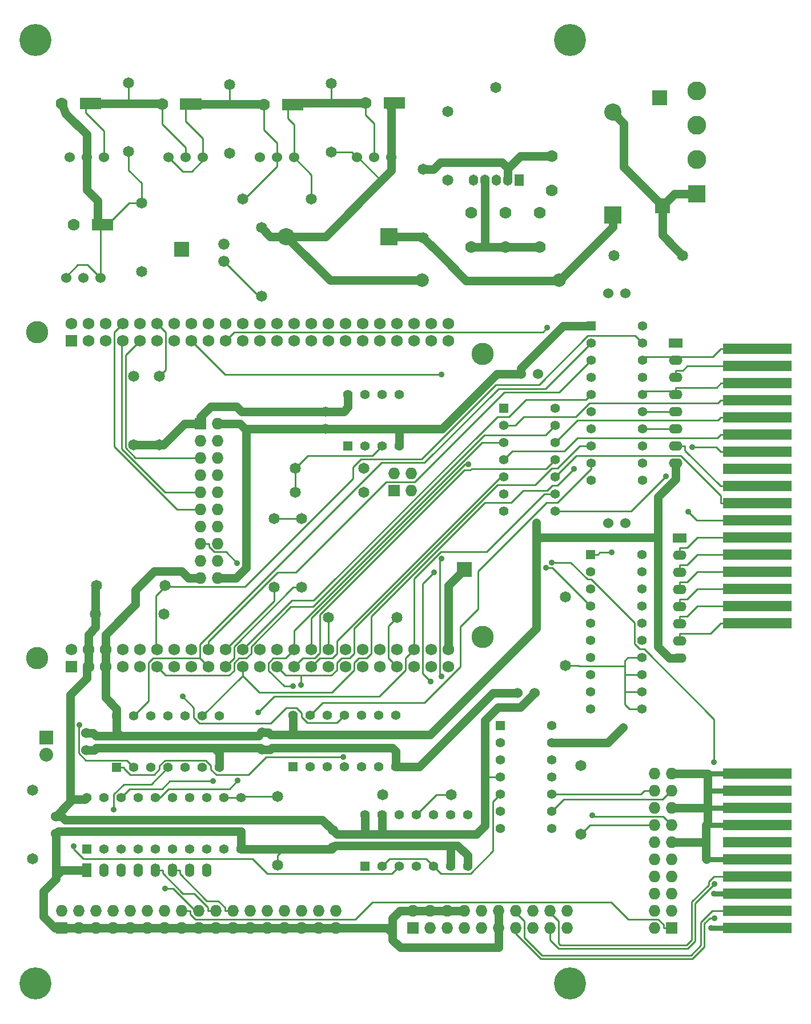
<source format=gbl>
%FSLAX34Y34*%
G04 Gerber Fmt 3.4, Leading zero omitted, Abs format*
G04 (created by PCBNEW (2014-02-12 BZR 4693)-product) date Sat 21 Jun 2014 11:45:10 PM EDT*
%MOIN*%
G01*
G70*
G90*
G04 APERTURE LIST*
%ADD10C,0.006000*%
%ADD11R,0.400000X0.060000*%
%ADD12R,0.100000X0.100000*%
%ADD13C,0.110000*%
%ADD14C,0.066000*%
%ADD15C,0.078700*%
%ADD16C,0.100000*%
%ADD17R,0.055000X0.055000*%
%ADD18C,0.055000*%
%ADD19R,0.080000X0.080000*%
%ADD20O,0.080000X0.080000*%
%ADD21R,0.068000X0.068000*%
%ADD22O,0.068000X0.068000*%
%ADD23C,0.187000*%
%ADD24R,0.080000X0.055000*%
%ADD25O,0.080000X0.055000*%
%ADD26R,0.055000X0.080000*%
%ADD27O,0.055000X0.080000*%
%ADD28R,0.088000X0.088000*%
%ADD29C,0.065000*%
%ADD30C,0.060000*%
%ADD31C,0.070000*%
%ADD32C,0.130000*%
%ADD33C,0.068000*%
%ADD34O,0.054000X0.065000*%
%ADD35R,0.054000X0.065000*%
%ADD36R,0.070000X0.070000*%
%ADD37C,0.035000*%
%ADD38C,0.050000*%
%ADD39C,0.010000*%
%ADD40C,0.030000*%
G04 APERTURE END LIST*
G54D10*
G54D11*
X90250Y-25150D03*
X90250Y-26150D03*
X90250Y-27150D03*
X90250Y-28150D03*
X90250Y-29150D03*
X90250Y-30150D03*
X90250Y-31150D03*
X90250Y-32150D03*
X90250Y-33150D03*
X90250Y-34150D03*
X90250Y-35150D03*
X90250Y-36150D03*
X90250Y-37150D03*
X90250Y-38150D03*
X90250Y-39150D03*
X90250Y-40150D03*
X90250Y-41150D03*
X90250Y-49899D03*
X90250Y-50899D03*
X90250Y-51899D03*
X90250Y-52899D03*
X90250Y-53899D03*
X90250Y-54899D03*
X90250Y-55899D03*
X90250Y-56899D03*
X90250Y-57899D03*
X90250Y-58899D03*
G54D12*
X86700Y-16100D03*
G54D13*
X86700Y-14100D03*
X86700Y-12100D03*
X86700Y-10100D03*
G54D14*
X59100Y-20050D03*
X59100Y-19050D03*
G54D15*
X78687Y-21150D03*
X70687Y-21150D03*
G54D16*
X81800Y-11350D03*
G54D12*
X81800Y-17350D03*
G54D16*
X62750Y-18600D03*
G54D12*
X68750Y-18600D03*
G54D17*
X75450Y-28600D03*
G54D18*
X75450Y-29600D03*
X75450Y-30600D03*
X75450Y-31600D03*
X75450Y-32600D03*
X75450Y-33600D03*
X75450Y-34600D03*
X78450Y-34600D03*
X78450Y-33600D03*
X78450Y-32600D03*
X78450Y-31600D03*
X78450Y-30600D03*
X78450Y-29600D03*
X78450Y-28600D03*
G54D17*
X52850Y-49550D03*
G54D18*
X53850Y-49550D03*
X54850Y-49550D03*
X55850Y-49550D03*
X56850Y-49550D03*
X57850Y-49550D03*
X58850Y-49550D03*
X58850Y-46550D03*
X57850Y-46550D03*
X56850Y-46550D03*
X55850Y-46550D03*
X54850Y-46550D03*
X53850Y-46550D03*
X52850Y-46550D03*
G54D17*
X63150Y-49500D03*
G54D18*
X64150Y-49500D03*
X65150Y-49500D03*
X66150Y-49500D03*
X67150Y-49500D03*
X68150Y-49500D03*
X69150Y-49500D03*
X69150Y-46500D03*
X68150Y-46500D03*
X67150Y-46500D03*
X66150Y-46500D03*
X65150Y-46500D03*
X64150Y-46500D03*
X63150Y-46500D03*
G54D19*
X48750Y-47800D03*
G54D20*
X48750Y-48800D03*
G54D21*
X69050Y-33400D03*
G54D22*
X69050Y-32400D03*
X70050Y-33400D03*
X70050Y-32400D03*
G54D17*
X80550Y-23800D03*
G54D18*
X80550Y-24800D03*
X80550Y-25800D03*
X80550Y-26800D03*
X80550Y-27800D03*
X80550Y-28800D03*
X80550Y-29800D03*
X80550Y-30800D03*
X80550Y-31800D03*
X80550Y-32800D03*
X83550Y-32800D03*
X83550Y-31800D03*
X83550Y-30800D03*
X83550Y-29800D03*
X83550Y-28800D03*
X83550Y-27800D03*
X83550Y-26800D03*
X83550Y-25800D03*
X83550Y-24800D03*
X83550Y-23800D03*
G54D17*
X80500Y-37150D03*
G54D18*
X80500Y-38150D03*
X80500Y-39150D03*
X80500Y-40150D03*
X80500Y-41150D03*
X80500Y-42150D03*
X80500Y-43150D03*
X80500Y-44150D03*
X80500Y-45150D03*
X80500Y-46150D03*
X83500Y-46150D03*
X83500Y-45150D03*
X83500Y-44150D03*
X83500Y-43150D03*
X83500Y-42150D03*
X83500Y-41150D03*
X83500Y-40150D03*
X83500Y-39150D03*
X83500Y-38150D03*
X83500Y-37150D03*
G54D17*
X67329Y-55300D03*
G54D18*
X68329Y-55300D03*
X69329Y-55300D03*
X70329Y-55300D03*
X71329Y-55300D03*
X72329Y-55300D03*
X73329Y-55300D03*
X73329Y-52300D03*
X72329Y-52300D03*
X71329Y-52300D03*
X70329Y-52300D03*
X69329Y-52300D03*
X68329Y-52300D03*
X67329Y-52300D03*
G54D17*
X51100Y-54300D03*
G54D18*
X52100Y-54300D03*
X53100Y-54300D03*
X54100Y-54300D03*
X55100Y-54300D03*
X56100Y-54300D03*
X57100Y-54300D03*
X58100Y-54300D03*
X59100Y-54300D03*
X60100Y-54300D03*
X60100Y-51300D03*
X59100Y-51300D03*
X58100Y-51300D03*
X57100Y-51300D03*
X56100Y-51300D03*
X55100Y-51300D03*
X54100Y-51300D03*
X53100Y-51300D03*
X52100Y-51300D03*
X51100Y-51300D03*
G54D17*
X66350Y-30800D03*
G54D18*
X67350Y-30800D03*
X68350Y-30800D03*
X69350Y-30800D03*
X69350Y-27800D03*
X68350Y-27800D03*
X67350Y-27800D03*
X66350Y-27800D03*
G54D17*
X75250Y-47100D03*
G54D18*
X75250Y-48100D03*
X75250Y-49100D03*
X75250Y-50100D03*
X75250Y-51100D03*
X75250Y-52100D03*
X75250Y-53100D03*
X78250Y-53100D03*
X78250Y-52100D03*
X78250Y-51100D03*
X78250Y-50100D03*
X78250Y-49100D03*
X78250Y-48100D03*
X78250Y-47100D03*
G54D21*
X57750Y-29500D03*
G54D22*
X58750Y-29500D03*
X57750Y-30500D03*
X58750Y-30500D03*
X57750Y-31500D03*
X58750Y-31500D03*
X57750Y-32500D03*
X58750Y-32500D03*
X57750Y-33500D03*
X58750Y-33500D03*
X57750Y-34500D03*
X58750Y-34500D03*
X57750Y-35500D03*
X58750Y-35500D03*
X57750Y-36500D03*
X58750Y-36500D03*
X57750Y-37500D03*
X58750Y-37500D03*
X57750Y-38500D03*
X58750Y-38500D03*
G54D21*
X85250Y-58900D03*
G54D22*
X84250Y-58900D03*
X85250Y-57900D03*
X84250Y-57900D03*
X85250Y-56900D03*
X84250Y-56900D03*
X85250Y-55900D03*
X84250Y-55900D03*
X85250Y-54900D03*
X84250Y-54900D03*
X85250Y-53900D03*
X84250Y-53900D03*
X85250Y-52900D03*
X84250Y-52900D03*
X85250Y-51900D03*
X84250Y-51900D03*
X85250Y-50900D03*
X84250Y-50900D03*
X85250Y-49900D03*
X84250Y-49900D03*
G54D21*
X70150Y-58900D03*
G54D22*
X70150Y-57900D03*
X71150Y-58900D03*
X71150Y-57900D03*
X72150Y-58900D03*
X72150Y-57900D03*
X73150Y-58900D03*
X73150Y-57900D03*
X74150Y-58900D03*
X74150Y-57900D03*
X75150Y-58900D03*
X75150Y-57900D03*
X76150Y-58900D03*
X76150Y-57900D03*
X77150Y-58900D03*
X77150Y-57900D03*
X78150Y-58900D03*
X78150Y-57900D03*
X79150Y-58900D03*
X79150Y-57900D03*
G54D23*
X48100Y-62150D03*
X79300Y-62150D03*
X79300Y-7150D03*
X48100Y-7150D03*
G54D21*
X49650Y-58900D03*
G54D22*
X49650Y-57900D03*
X50650Y-58900D03*
X50650Y-57900D03*
X51650Y-58900D03*
X51650Y-57900D03*
X52650Y-58900D03*
X52650Y-57900D03*
X53650Y-58900D03*
X53650Y-57900D03*
X54650Y-58900D03*
X54650Y-57900D03*
X55650Y-58900D03*
X55650Y-57900D03*
X56650Y-58900D03*
X56650Y-57900D03*
X57650Y-58900D03*
X57650Y-57900D03*
X58650Y-58900D03*
X58650Y-57900D03*
X59650Y-58900D03*
X59650Y-57900D03*
X60650Y-58900D03*
X60650Y-57900D03*
X61650Y-58900D03*
X61650Y-57900D03*
X62650Y-58900D03*
X62650Y-57900D03*
X63650Y-58900D03*
X63650Y-57900D03*
X64650Y-58900D03*
X64650Y-57900D03*
X65650Y-58900D03*
X65650Y-57900D03*
G54D24*
X85710Y-36161D03*
G54D25*
X85710Y-37161D03*
X85710Y-38161D03*
X85710Y-39161D03*
X85710Y-40161D03*
X85710Y-41161D03*
X85710Y-42161D03*
X85710Y-43161D03*
G54D24*
X85470Y-24820D03*
G54D25*
X85470Y-25820D03*
X85470Y-26820D03*
X85470Y-27820D03*
X85470Y-28820D03*
X85470Y-29820D03*
X85470Y-30820D03*
X85470Y-31820D03*
G54D26*
X51100Y-55550D03*
G54D27*
X52100Y-55550D03*
X53100Y-55550D03*
X54100Y-55550D03*
X55100Y-55550D03*
X56100Y-55550D03*
X57100Y-55550D03*
X58100Y-55550D03*
G54D28*
X84550Y-10500D03*
X84700Y-16800D03*
X56650Y-19350D03*
X73150Y-38000D03*
G54D29*
X70750Y-18669D03*
X70750Y-14669D03*
X79950Y-49431D03*
X79950Y-53431D03*
X55350Y-26731D03*
X55350Y-30731D03*
X62050Y-35031D03*
X62050Y-39031D03*
X63650Y-35031D03*
X63650Y-39031D03*
X72174Y-15294D03*
X72174Y-11294D03*
X63281Y-32100D03*
X67281Y-32100D03*
X63281Y-33500D03*
X67281Y-33500D03*
X69219Y-40800D03*
X65219Y-40800D03*
X61300Y-18081D03*
X61300Y-22081D03*
X54300Y-16631D03*
X54300Y-20631D03*
X53550Y-9631D03*
X53550Y-13631D03*
X59450Y-9731D03*
X59450Y-13731D03*
X64219Y-16400D03*
X60219Y-16400D03*
X65375Y-13669D03*
X65375Y-9669D03*
X47950Y-54869D03*
X47950Y-50869D03*
X55619Y-40600D03*
X51619Y-40600D03*
X72359Y-51140D03*
X68359Y-51140D03*
X55669Y-38950D03*
X51669Y-38950D03*
X53850Y-26731D03*
X53850Y-30731D03*
X81881Y-19700D03*
X85881Y-19700D03*
G54D30*
X50900Y-21000D03*
X49900Y-21000D03*
X51900Y-21000D03*
X51100Y-13975D03*
X50100Y-13975D03*
X52100Y-13975D03*
X56875Y-13975D03*
X55875Y-13975D03*
X57875Y-13975D03*
X62200Y-13975D03*
X61200Y-13975D03*
X63200Y-13975D03*
X67875Y-13975D03*
X66875Y-13975D03*
X68875Y-13975D03*
X82550Y-35300D03*
X81550Y-35300D03*
X65050Y-28800D03*
X65050Y-29800D03*
X49300Y-52400D03*
X49300Y-53400D03*
X51074Y-47525D03*
X51074Y-48525D03*
X77250Y-45200D03*
X76250Y-45200D03*
X77450Y-26600D03*
X76450Y-26600D03*
X82550Y-21900D03*
X81550Y-21900D03*
X61350Y-47500D03*
X61350Y-48500D03*
X65470Y-53220D03*
X65470Y-54220D03*
G54D31*
X73550Y-19200D03*
X73550Y-17200D03*
X75550Y-19200D03*
X75550Y-17200D03*
X77550Y-19200D03*
X77550Y-17200D03*
X78250Y-13900D03*
X78250Y-15900D03*
G54D32*
X74200Y-41925D03*
X48200Y-43175D03*
X48200Y-24175D03*
X74200Y-25425D03*
G54D21*
X50200Y-43675D03*
G54D33*
X50200Y-42675D03*
X51200Y-43675D03*
X51200Y-42675D03*
X52200Y-43675D03*
X52200Y-42675D03*
X53200Y-43675D03*
X53200Y-42675D03*
X54200Y-43675D03*
X54200Y-42675D03*
X55200Y-43675D03*
X55200Y-42675D03*
X56200Y-43675D03*
X56200Y-42675D03*
X57200Y-43675D03*
X57200Y-42675D03*
X58200Y-43675D03*
X58200Y-42675D03*
X59200Y-43675D03*
X59200Y-42675D03*
X60200Y-43675D03*
X60200Y-42675D03*
X61200Y-43675D03*
X61200Y-42675D03*
X62200Y-43675D03*
X62200Y-42675D03*
X63200Y-43675D03*
X63200Y-42675D03*
X64200Y-43675D03*
X64200Y-42675D03*
X65200Y-43675D03*
X65200Y-42675D03*
X66200Y-43675D03*
X66200Y-42675D03*
X67200Y-43675D03*
X67200Y-42675D03*
X68200Y-43675D03*
X68200Y-42675D03*
X69200Y-43675D03*
X69200Y-42675D03*
X70200Y-43675D03*
X70200Y-42675D03*
X71200Y-43675D03*
X71200Y-42675D03*
X72200Y-43675D03*
X72200Y-42675D03*
G54D21*
X50200Y-24675D03*
G54D33*
X50200Y-23675D03*
X51200Y-24675D03*
X51200Y-23675D03*
X52200Y-24675D03*
X52200Y-23675D03*
X53200Y-24675D03*
X53200Y-23675D03*
X54200Y-24675D03*
X54200Y-23675D03*
X55200Y-24675D03*
X55200Y-23675D03*
X56200Y-24675D03*
X56200Y-23675D03*
X57200Y-24675D03*
X57200Y-23675D03*
X58200Y-24675D03*
X58200Y-23675D03*
X59200Y-24675D03*
X59200Y-23675D03*
X60200Y-24675D03*
X60200Y-23675D03*
X61200Y-24675D03*
X61200Y-23675D03*
X62200Y-24675D03*
X62200Y-23675D03*
X63200Y-24675D03*
X63200Y-23675D03*
X64200Y-24675D03*
X64200Y-23675D03*
X65200Y-24675D03*
X65200Y-23675D03*
X66200Y-24675D03*
X66200Y-23675D03*
X67200Y-24675D03*
X67200Y-23675D03*
X68200Y-24675D03*
X68200Y-23675D03*
X69200Y-24675D03*
X69200Y-23675D03*
X70200Y-24675D03*
X70200Y-23675D03*
X71200Y-24675D03*
X71200Y-23675D03*
X72200Y-24675D03*
X72200Y-23675D03*
G54D34*
X73660Y-15320D03*
X74330Y-15320D03*
X75000Y-15320D03*
X75670Y-15320D03*
G54D35*
X76340Y-15320D03*
G54D29*
X74970Y-9920D03*
X62250Y-51231D03*
X62250Y-55231D03*
X79050Y-39605D03*
X79050Y-43605D03*
G54D36*
X51730Y-17900D03*
G54D31*
X50350Y-17900D03*
G54D36*
X52318Y-17900D03*
X68755Y-10800D03*
G54D31*
X67375Y-10800D03*
G54D36*
X69343Y-10800D03*
X62830Y-10900D03*
G54D31*
X61450Y-10900D03*
G54D36*
X63418Y-10900D03*
X51030Y-10825D03*
G54D31*
X49650Y-10825D03*
G54D36*
X51618Y-10825D03*
X56880Y-10875D03*
G54D31*
X55500Y-10875D03*
G54D36*
X57468Y-10875D03*
G54D37*
X82400Y-47200D03*
X77350Y-35275D03*
X77450Y-36250D03*
X59870Y-37624D03*
X86442Y-30871D03*
X79535Y-32131D03*
X61113Y-46344D03*
X58478Y-50338D03*
X73357Y-31872D03*
X77985Y-23910D03*
X56700Y-45418D03*
X77888Y-37916D03*
X63598Y-44746D03*
X63145Y-44823D03*
X59917Y-50310D03*
X66076Y-48937D03*
X50342Y-54135D03*
X87550Y-58900D03*
X87690Y-56909D03*
X81750Y-37020D03*
X71818Y-26641D03*
X71818Y-37385D03*
X71793Y-44252D03*
X87708Y-49239D03*
X78221Y-37591D03*
X87725Y-56350D03*
X87750Y-58325D03*
X86194Y-34649D03*
X84897Y-32571D03*
X55666Y-56622D03*
X52662Y-51999D03*
X80600Y-52350D03*
X50682Y-47062D03*
X71374Y-38176D03*
X71157Y-44528D03*
G54D38*
X68329Y-52300D02*
X68329Y-53450D01*
X67329Y-52300D02*
X67329Y-53450D01*
X57750Y-29100D02*
X57750Y-29500D01*
X58350Y-28500D02*
X57750Y-29100D01*
X59850Y-28500D02*
X58350Y-28500D01*
X60150Y-28800D02*
X59850Y-28500D01*
X65050Y-28800D02*
X60150Y-28800D01*
X81500Y-48100D02*
X82400Y-47200D01*
X78250Y-48100D02*
X81500Y-48100D01*
X67329Y-53450D02*
X68329Y-53450D01*
X66350Y-28540D02*
X66350Y-27800D01*
X66090Y-28800D02*
X66350Y-28540D01*
X65050Y-28800D02*
X66090Y-28800D01*
X51000Y-51400D02*
X51100Y-51300D01*
X50150Y-51400D02*
X51000Y-51400D01*
X50150Y-51550D02*
X49300Y-52400D01*
X50150Y-51400D02*
X50150Y-51550D01*
X64850Y-52600D02*
X65470Y-53220D01*
X49850Y-52600D02*
X64850Y-52600D01*
X49650Y-52400D02*
X49850Y-52600D01*
X49300Y-52400D02*
X49650Y-52400D01*
X65700Y-53450D02*
X67329Y-53450D01*
X65470Y-53220D02*
X65700Y-53450D01*
X56800Y-29500D02*
X57750Y-29500D01*
X55568Y-30730D02*
X56800Y-29500D01*
X51668Y-38950D02*
X51668Y-38940D01*
X51668Y-38940D02*
X51668Y-38930D01*
G54D39*
X51669Y-38940D02*
X51669Y-38950D01*
X51668Y-38940D02*
X51669Y-38940D01*
X51199Y-43674D02*
X51199Y-43674D01*
X51200Y-43675D02*
X51199Y-43674D01*
G54D38*
X51200Y-43674D02*
X51199Y-43674D01*
X51200Y-42675D02*
X51200Y-43674D01*
X50150Y-45300D02*
X50150Y-51400D01*
X51100Y-44350D02*
X50150Y-45300D01*
X51100Y-43774D02*
X51100Y-44350D01*
X51199Y-43674D02*
X51100Y-43774D01*
X53850Y-30730D02*
X55350Y-30730D01*
G54D39*
X55350Y-30730D02*
X55568Y-30730D01*
G54D38*
X51618Y-39597D02*
X51618Y-39000D01*
G54D39*
X51669Y-39547D02*
X51669Y-38950D01*
X51618Y-39597D02*
X51669Y-39547D01*
X63650Y-35030D02*
X62050Y-35030D01*
X75250Y-50100D02*
X74350Y-50100D01*
G54D38*
X74350Y-52950D02*
X74350Y-50100D01*
X73850Y-53450D02*
X74350Y-52950D01*
X68329Y-53450D02*
X73850Y-53450D01*
X76400Y-46050D02*
X77250Y-45200D01*
X75100Y-46050D02*
X76400Y-46050D01*
X74350Y-46800D02*
X75100Y-46050D01*
X74350Y-50100D02*
X74350Y-46800D01*
X51618Y-41390D02*
X51618Y-40494D01*
X51200Y-41809D02*
X51618Y-41390D01*
X51200Y-42675D02*
X51200Y-41809D01*
X51618Y-40494D02*
X51618Y-39597D01*
G54D39*
X51619Y-40494D02*
X51619Y-40600D01*
X51618Y-40494D02*
X51619Y-40494D01*
X63280Y-32100D02*
X63280Y-33500D01*
X67778Y-31371D02*
X68350Y-30800D01*
X64009Y-31371D02*
X67778Y-31371D01*
X63280Y-32100D02*
X64009Y-31371D01*
G54D38*
X85470Y-32756D02*
X85470Y-31820D01*
X84450Y-33776D02*
X85470Y-32756D01*
X84450Y-36150D02*
X84450Y-33776D01*
X85500Y-31850D02*
X85470Y-31820D01*
X63150Y-46500D02*
X63150Y-47650D01*
X77450Y-36250D02*
X77350Y-36150D01*
X84450Y-42514D02*
X84450Y-36150D01*
X85096Y-43161D02*
X84450Y-42514D01*
X85710Y-43161D02*
X85096Y-43161D01*
X77350Y-36150D02*
X84450Y-36150D01*
X51650Y-47700D02*
X53059Y-47700D01*
X51474Y-47525D02*
X51650Y-47700D01*
X51074Y-47525D02*
X51474Y-47525D01*
X52850Y-47490D02*
X52850Y-46550D01*
X53059Y-47700D02*
X52850Y-47490D01*
X73550Y-19200D02*
X74329Y-19200D01*
X74329Y-19200D02*
X75550Y-19200D01*
X75550Y-19200D02*
X77550Y-19200D01*
X57050Y-38500D02*
X57750Y-38500D01*
X56650Y-38100D02*
X57050Y-38500D01*
X55050Y-38100D02*
X56650Y-38100D01*
X53950Y-39200D02*
X55050Y-38100D01*
X53950Y-40050D02*
X53950Y-39200D01*
X52200Y-41800D02*
X53950Y-40050D01*
X52200Y-42675D02*
X52200Y-41800D01*
X61850Y-47650D02*
X63150Y-47650D01*
X61700Y-47500D02*
X61850Y-47650D01*
X61350Y-47500D02*
X61700Y-47500D01*
X77350Y-35275D02*
X77350Y-36150D01*
X77350Y-36150D02*
X77350Y-41450D01*
X71150Y-47650D02*
X77350Y-41450D01*
X63150Y-47650D02*
X71150Y-47650D01*
X52200Y-45490D02*
X52200Y-43675D01*
X52850Y-46140D02*
X52200Y-45490D01*
X52850Y-46550D02*
X52850Y-46140D01*
X52200Y-43675D02*
X52200Y-42675D01*
X53059Y-47700D02*
X61150Y-47700D01*
G54D39*
X61150Y-47700D02*
X61350Y-47500D01*
G54D38*
X74329Y-15320D02*
X74329Y-17260D01*
X74329Y-17260D02*
X74329Y-19200D01*
G54D39*
X74330Y-17259D02*
X74330Y-15320D01*
X74329Y-17260D02*
X74330Y-17259D01*
X57750Y-36500D02*
X58240Y-36500D01*
X59236Y-36990D02*
X59870Y-37624D01*
X58546Y-36990D02*
X59236Y-36990D01*
X58240Y-36683D02*
X58546Y-36990D01*
X58240Y-36500D02*
X58240Y-36683D01*
X55656Y-33500D02*
X57750Y-33500D01*
X53140Y-30984D02*
X55656Y-33500D01*
X53140Y-24734D02*
X53140Y-30984D01*
X53200Y-24675D02*
X53140Y-24734D01*
X56369Y-34500D02*
X57750Y-34500D01*
X52700Y-30830D02*
X56369Y-34500D01*
X52700Y-24175D02*
X52700Y-30830D01*
X53200Y-23675D02*
X52700Y-24175D01*
X57750Y-31500D02*
X53944Y-31500D01*
X53367Y-25507D02*
X54200Y-24675D01*
X53367Y-30922D02*
X53367Y-25507D01*
X53944Y-31500D02*
X53367Y-30922D01*
X87513Y-41736D02*
X85710Y-41736D01*
X88099Y-41150D02*
X87513Y-41736D01*
X85710Y-42161D02*
X85710Y-41736D01*
X90250Y-41150D02*
X88099Y-41150D01*
X87821Y-30871D02*
X88099Y-31150D01*
X86442Y-30871D02*
X87821Y-30871D01*
X90250Y-31150D02*
X88099Y-31150D01*
X83570Y-28820D02*
X83550Y-28800D01*
X85470Y-28820D02*
X83570Y-28820D01*
X86020Y-31070D02*
X86020Y-30820D01*
X88099Y-33150D02*
X86020Y-31070D01*
X90250Y-33150D02*
X88099Y-33150D01*
X85470Y-30820D02*
X86020Y-30820D01*
X85895Y-26394D02*
X85470Y-26394D01*
X86140Y-26150D02*
X85895Y-26394D01*
X90250Y-26150D02*
X86140Y-26150D01*
X85470Y-26820D02*
X85470Y-26394D01*
X85470Y-25820D02*
X85470Y-25607D01*
X83742Y-25607D02*
X83550Y-25800D01*
X85470Y-25607D02*
X83742Y-25607D01*
X87642Y-25607D02*
X85470Y-25607D01*
X88099Y-25150D02*
X87642Y-25607D01*
X90250Y-25150D02*
X88099Y-25150D01*
X86135Y-37736D02*
X85710Y-37736D01*
X86722Y-37150D02*
X86135Y-37736D01*
X90250Y-37150D02*
X86722Y-37150D01*
X85710Y-38161D02*
X85710Y-37736D01*
X86135Y-38736D02*
X85710Y-38736D01*
X86722Y-38150D02*
X86135Y-38736D01*
X90250Y-38150D02*
X86722Y-38150D01*
X85710Y-39161D02*
X85710Y-38736D01*
X86135Y-39736D02*
X85710Y-39736D01*
X86722Y-39150D02*
X86135Y-39736D01*
X90250Y-39150D02*
X86722Y-39150D01*
X85710Y-40161D02*
X85710Y-39736D01*
X86135Y-40736D02*
X85710Y-40736D01*
X86722Y-40150D02*
X86135Y-40736D01*
X90250Y-40150D02*
X86722Y-40150D01*
X85710Y-41161D02*
X85710Y-40736D01*
X86135Y-36736D02*
X85710Y-36736D01*
X86722Y-36150D02*
X86135Y-36736D01*
X90250Y-36150D02*
X86722Y-36150D01*
X85710Y-37161D02*
X85710Y-36736D01*
X84899Y-29800D02*
X83550Y-29800D01*
X84919Y-29820D02*
X84899Y-29800D01*
X85470Y-29820D02*
X84919Y-29820D01*
X87855Y-27394D02*
X85470Y-27394D01*
X88099Y-27150D02*
X87855Y-27394D01*
X90250Y-27150D02*
X88099Y-27150D01*
X85470Y-27820D02*
X85470Y-27612D01*
X85470Y-27612D02*
X85470Y-27394D01*
X83737Y-27612D02*
X83550Y-27800D01*
X85470Y-27612D02*
X83737Y-27612D01*
X80250Y-28099D02*
X80550Y-27800D01*
X76725Y-28099D02*
X80250Y-28099D01*
X75724Y-29100D02*
X76725Y-28099D01*
X75055Y-29100D02*
X75724Y-29100D01*
X64336Y-39818D02*
X75055Y-29100D01*
X63056Y-39818D02*
X64336Y-39818D01*
X60200Y-42675D02*
X63056Y-39818D01*
X78566Y-33100D02*
X79535Y-32131D01*
X78258Y-33100D02*
X78566Y-33100D01*
X77958Y-33399D02*
X78258Y-33100D01*
X76575Y-33399D02*
X77958Y-33399D01*
X75875Y-34100D02*
X76575Y-33399D01*
X74332Y-34100D02*
X75875Y-34100D01*
X67700Y-40732D02*
X74332Y-34100D01*
X67700Y-42892D02*
X67700Y-40732D01*
X67426Y-43165D02*
X67700Y-42892D01*
X66981Y-43165D02*
X67426Y-43165D01*
X66699Y-43446D02*
X66981Y-43165D01*
X66699Y-43869D02*
X66699Y-43446D01*
X65404Y-45164D02*
X66699Y-43869D01*
X61164Y-45164D02*
X65404Y-45164D01*
X60200Y-44200D02*
X61164Y-45164D01*
X60200Y-43675D02*
X60200Y-44200D01*
X60200Y-44200D02*
X57850Y-46550D01*
X58200Y-42204D02*
X58200Y-42675D01*
X62246Y-38158D02*
X58200Y-42204D01*
X63299Y-38158D02*
X62246Y-38158D01*
X68557Y-32900D02*
X63299Y-38158D01*
X70250Y-32900D02*
X68557Y-32900D01*
X75486Y-27664D02*
X70250Y-32900D01*
X78685Y-27664D02*
X75486Y-27664D01*
X80550Y-25800D02*
X78685Y-27664D01*
X77885Y-27464D02*
X80550Y-24800D01*
X75121Y-27464D02*
X77885Y-27464D01*
X70809Y-31775D02*
X75121Y-27464D01*
X68302Y-31775D02*
X70809Y-31775D01*
X57709Y-42368D02*
X68302Y-31775D01*
X57709Y-43184D02*
X57709Y-42368D01*
X58200Y-43675D02*
X57709Y-43184D01*
X54709Y-45690D02*
X53850Y-46550D01*
X54709Y-43445D02*
X54709Y-45690D01*
X54970Y-43184D02*
X54709Y-43445D01*
X57709Y-43184D02*
X54970Y-43184D01*
X77907Y-32142D02*
X78450Y-31600D01*
X73547Y-32142D02*
X77907Y-32142D01*
X73491Y-32197D02*
X73547Y-32142D01*
X73142Y-32197D02*
X73491Y-32197D01*
X64709Y-40630D02*
X73142Y-32197D01*
X64709Y-42870D02*
X64709Y-40630D01*
X64405Y-43175D02*
X64709Y-42870D01*
X63700Y-43175D02*
X64405Y-43175D01*
X63200Y-43675D02*
X63700Y-43175D01*
X69700Y-43175D02*
X70200Y-42675D01*
X69700Y-43869D02*
X69700Y-43175D01*
X68155Y-45414D02*
X69700Y-43869D01*
X62043Y-45414D02*
X68155Y-45414D01*
X61113Y-46344D02*
X62043Y-45414D01*
X77792Y-33600D02*
X78450Y-33600D01*
X74431Y-36961D02*
X77792Y-33600D01*
X71770Y-36961D02*
X74431Y-36961D01*
X70200Y-38531D02*
X71770Y-36961D01*
X70200Y-42675D02*
X70200Y-38531D01*
X53600Y-50799D02*
X53100Y-51300D01*
X55491Y-50799D02*
X53600Y-50799D01*
X55952Y-50338D02*
X55491Y-50799D01*
X58478Y-50338D02*
X55952Y-50338D01*
X73180Y-31872D02*
X73357Y-31872D01*
X64200Y-40852D02*
X73180Y-31872D01*
X64200Y-42675D02*
X64200Y-40852D01*
X64876Y-45773D02*
X64150Y-46500D01*
X70812Y-45773D02*
X64876Y-45773D01*
X72903Y-43682D02*
X70812Y-45773D01*
X72903Y-41333D02*
X72903Y-43682D01*
X73938Y-40297D02*
X72903Y-41333D01*
X73938Y-38114D02*
X73938Y-40297D01*
X77953Y-34100D02*
X73938Y-38114D01*
X78579Y-34100D02*
X77953Y-34100D01*
X80550Y-32129D02*
X78579Y-34100D01*
X80550Y-31800D02*
X80550Y-32129D01*
X77721Y-24175D02*
X77985Y-23910D01*
X59700Y-24175D02*
X77721Y-24175D01*
X59200Y-24675D02*
X59700Y-24175D01*
X57350Y-46068D02*
X56700Y-45418D01*
X57350Y-46652D02*
X57350Y-46068D01*
X57672Y-46975D02*
X57350Y-46652D01*
X61823Y-46975D02*
X57672Y-46975D01*
X62733Y-46066D02*
X61823Y-46975D01*
X63342Y-46066D02*
X62733Y-46066D01*
X63650Y-46373D02*
X63342Y-46066D01*
X63650Y-46606D02*
X63650Y-46373D01*
X63977Y-46933D02*
X63650Y-46606D01*
X65716Y-46933D02*
X63977Y-46933D01*
X66150Y-46500D02*
X65716Y-46933D01*
X78266Y-37916D02*
X77888Y-37916D01*
X80500Y-40150D02*
X78266Y-37916D01*
X64709Y-43165D02*
X64200Y-43675D01*
X65426Y-43165D02*
X64709Y-43165D01*
X65700Y-42892D02*
X65426Y-43165D01*
X65700Y-42166D02*
X65700Y-42892D01*
X75266Y-32600D02*
X65700Y-42166D01*
X75450Y-32600D02*
X75266Y-32600D01*
X63598Y-44190D02*
X63598Y-44746D01*
X62715Y-44190D02*
X62200Y-43675D01*
X63598Y-44190D02*
X62715Y-44190D01*
X65377Y-44190D02*
X63598Y-44190D01*
X65700Y-43868D02*
X65377Y-44190D01*
X65700Y-43446D02*
X65700Y-43868D01*
X65980Y-43165D02*
X65700Y-43446D01*
X66426Y-43165D02*
X65980Y-43165D01*
X66700Y-42892D02*
X66426Y-43165D01*
X66700Y-41449D02*
X66700Y-42892D01*
X75074Y-33074D02*
X66700Y-41449D01*
X77258Y-33074D02*
X75074Y-33074D01*
X78233Y-32100D02*
X77258Y-33074D01*
X78563Y-32100D02*
X78233Y-32100D01*
X79863Y-30800D02*
X78563Y-32100D01*
X80550Y-30800D02*
X79863Y-30800D01*
X55701Y-44176D02*
X55200Y-43675D01*
X59414Y-44176D02*
X55701Y-44176D01*
X59700Y-43891D02*
X59414Y-44176D01*
X59700Y-43469D02*
X59700Y-43891D01*
X59985Y-43184D02*
X59700Y-43469D01*
X60406Y-43184D02*
X59985Y-43184D01*
X60690Y-42901D02*
X60406Y-43184D01*
X60690Y-42491D02*
X60690Y-42901D01*
X62991Y-40190D02*
X60690Y-42491D01*
X64296Y-40190D02*
X62991Y-40190D01*
X74311Y-30174D02*
X64296Y-40190D01*
X77875Y-30174D02*
X74311Y-30174D01*
X78450Y-29600D02*
X77875Y-30174D01*
X59428Y-50799D02*
X59917Y-50310D01*
X55875Y-50799D02*
X59428Y-50799D01*
X55374Y-51300D02*
X55875Y-50799D01*
X55100Y-51300D02*
X55374Y-51300D01*
X62690Y-43184D02*
X63200Y-42675D01*
X61973Y-43184D02*
X62690Y-43184D01*
X61700Y-43457D02*
X61973Y-43184D01*
X61700Y-43899D02*
X61700Y-43457D01*
X62623Y-44823D02*
X61700Y-43899D01*
X63145Y-44823D02*
X62623Y-44823D01*
X74169Y-30600D02*
X75450Y-30600D01*
X63200Y-41569D02*
X74169Y-30600D01*
X63200Y-42675D02*
X63200Y-41569D01*
X53275Y-49603D02*
X53275Y-49550D01*
X53647Y-49975D02*
X53275Y-49603D01*
X55027Y-49975D02*
X53647Y-49975D01*
X55350Y-49652D02*
X55027Y-49975D01*
X55350Y-49430D02*
X55350Y-49652D01*
X55655Y-49124D02*
X55350Y-49430D01*
X58043Y-49124D02*
X55655Y-49124D01*
X58350Y-49430D02*
X58043Y-49124D01*
X58350Y-49669D02*
X58350Y-49430D01*
X58656Y-49975D02*
X58350Y-49669D01*
X60533Y-49975D02*
X58656Y-49975D01*
X61570Y-48937D02*
X60533Y-49975D01*
X66076Y-48937D02*
X61570Y-48937D01*
X52850Y-49550D02*
X53275Y-49550D01*
X83118Y-24368D02*
X83550Y-24800D01*
X80348Y-24368D02*
X83118Y-24368D01*
X77489Y-27227D02*
X80348Y-24368D01*
X74987Y-27227D02*
X77489Y-27227D01*
X70640Y-31575D02*
X74987Y-27227D01*
X67114Y-31575D02*
X70640Y-31575D01*
X66653Y-32036D02*
X67114Y-31575D01*
X66653Y-32710D02*
X66653Y-32036D01*
X60347Y-39016D02*
X66653Y-32710D01*
X55669Y-39016D02*
X60347Y-39016D01*
X55134Y-39551D02*
X55669Y-39016D01*
X55134Y-42609D02*
X55134Y-39551D01*
X55200Y-42675D02*
X55134Y-42609D01*
X55669Y-39016D02*
X55669Y-38950D01*
X68895Y-55734D02*
X69329Y-55300D01*
X61631Y-55734D02*
X68895Y-55734D01*
X60760Y-54862D02*
X61631Y-55734D01*
X50900Y-54862D02*
X60760Y-54862D01*
X50342Y-54304D02*
X50900Y-54862D01*
X50342Y-54135D02*
X50342Y-54304D01*
X65219Y-42655D02*
X65219Y-40800D01*
X65200Y-42675D02*
X65219Y-42655D01*
G54D38*
X72329Y-55300D02*
X72329Y-54100D01*
X74809Y-45200D02*
X76250Y-45200D01*
X70509Y-49500D02*
X74809Y-45200D01*
X69150Y-49500D02*
X70509Y-49500D01*
X85250Y-53900D02*
X87250Y-53900D01*
X85250Y-51900D02*
X87325Y-51900D01*
X87325Y-49900D02*
X85250Y-49900D01*
X69150Y-48600D02*
X69150Y-49500D01*
X68950Y-48400D02*
X69150Y-48600D01*
X61900Y-48400D02*
X68950Y-48400D01*
X61800Y-48500D02*
X61900Y-48400D01*
X61350Y-48500D02*
X61800Y-48500D01*
X58850Y-48700D02*
X58850Y-49550D01*
X58550Y-48400D02*
X58850Y-48700D01*
X51650Y-48400D02*
X58550Y-48400D01*
X51525Y-48525D02*
X51650Y-48400D01*
X51074Y-48525D02*
X51525Y-48525D01*
X78909Y-23800D02*
X80550Y-23800D01*
X76450Y-26260D02*
X78909Y-23800D01*
X76450Y-26600D02*
X76450Y-26260D01*
X60400Y-37900D02*
X60400Y-29800D01*
X59800Y-38500D02*
X60400Y-37900D01*
X58750Y-38500D02*
X59800Y-38500D01*
X69350Y-30800D02*
X69350Y-29800D01*
X49625Y-55550D02*
X49300Y-55874D01*
X51100Y-55550D02*
X49625Y-55550D01*
X60100Y-53274D02*
X60100Y-54300D01*
X49425Y-53274D02*
X60100Y-53274D01*
X49300Y-53400D02*
X49425Y-53274D01*
X75150Y-57900D02*
X75150Y-58900D01*
X68650Y-58900D02*
X68950Y-59200D01*
X65650Y-58900D02*
X68650Y-58900D01*
X49300Y-56050D02*
X49300Y-55874D01*
X48574Y-56774D02*
X49300Y-56050D01*
X48574Y-58225D02*
X48574Y-56774D01*
X49250Y-58900D02*
X48574Y-58225D01*
X49650Y-58900D02*
X49250Y-58900D01*
X49300Y-55874D02*
X49300Y-53400D01*
X71850Y-29800D02*
X69350Y-29800D01*
X75050Y-26600D02*
X71850Y-29800D01*
X76450Y-26600D02*
X75050Y-26600D01*
X69350Y-29800D02*
X65050Y-29800D01*
X65050Y-29800D02*
X60400Y-29800D01*
X60050Y-29500D02*
X58750Y-29500D01*
X60350Y-29800D02*
X60050Y-29500D01*
X60400Y-29800D02*
X60350Y-29800D01*
X87325Y-50900D02*
X87325Y-49900D01*
X87325Y-52800D02*
X87325Y-51900D01*
X87225Y-52900D02*
X87325Y-52800D01*
X87250Y-52900D02*
X87225Y-52900D01*
X87325Y-51900D02*
X87325Y-50900D01*
X87250Y-54874D02*
X87250Y-53900D01*
X87274Y-54900D02*
X87250Y-54874D01*
X87250Y-53900D02*
X87250Y-52900D01*
X68950Y-59600D02*
X68950Y-59200D01*
X69400Y-60050D02*
X68950Y-59600D01*
X75150Y-60050D02*
X69400Y-60050D01*
X75150Y-58900D02*
X75150Y-60050D01*
X64650Y-58900D02*
X65650Y-58900D01*
X63650Y-58900D02*
X64650Y-58900D01*
X72150Y-57900D02*
X73150Y-57900D01*
X71150Y-57900D02*
X72150Y-57900D01*
X62650Y-58900D02*
X63650Y-58900D01*
X61650Y-58900D02*
X62650Y-58900D01*
X69374Y-57900D02*
X70150Y-57900D01*
X68950Y-58325D02*
X69374Y-57900D01*
X68950Y-59200D02*
X68950Y-58325D01*
X70150Y-57900D02*
X71150Y-57900D01*
X60650Y-58900D02*
X61650Y-58900D01*
X59650Y-58900D02*
X60650Y-58900D01*
X58650Y-58900D02*
X59650Y-58900D01*
X57650Y-58900D02*
X58650Y-58900D01*
X56650Y-58900D02*
X57650Y-58900D01*
X55650Y-58900D02*
X56650Y-58900D01*
X54650Y-58900D02*
X55650Y-58900D01*
X53650Y-58900D02*
X54650Y-58900D01*
X52650Y-58900D02*
X53650Y-58900D01*
X51650Y-58900D02*
X52650Y-58900D01*
X49650Y-58900D02*
X50650Y-58900D01*
X50650Y-58900D02*
X51650Y-58900D01*
X72200Y-38950D02*
X73150Y-38000D01*
X72200Y-42674D02*
X72200Y-38950D01*
G54D39*
X72200Y-42674D02*
X72200Y-42675D01*
G54D40*
X90250Y-58900D02*
X90249Y-58900D01*
X90249Y-58900D02*
X87550Y-58900D01*
G54D39*
X90249Y-58900D02*
X90250Y-58899D01*
G54D40*
X90250Y-56900D02*
X90249Y-56900D01*
X87700Y-56900D02*
X87690Y-56909D01*
X90249Y-56900D02*
X87700Y-56900D01*
G54D39*
X90249Y-56900D02*
X90250Y-56899D01*
G54D40*
X90250Y-54900D02*
X90249Y-54900D01*
X90249Y-54900D02*
X87274Y-54900D01*
G54D39*
X90249Y-54900D02*
X90250Y-54899D01*
G54D40*
X90250Y-52900D02*
X90249Y-52900D01*
X90249Y-52900D02*
X87250Y-52900D01*
G54D39*
X90249Y-52900D02*
X90250Y-52899D01*
G54D40*
X90250Y-51900D02*
X90249Y-51900D01*
X90249Y-51900D02*
X87325Y-51900D01*
G54D39*
X90249Y-51900D02*
X90250Y-51899D01*
G54D40*
X90250Y-50900D02*
X90249Y-50900D01*
X90249Y-50900D02*
X87325Y-50900D01*
G54D39*
X90249Y-50900D02*
X90250Y-50899D01*
G54D40*
X90250Y-49900D02*
X90249Y-49900D01*
X90249Y-49900D02*
X87325Y-49900D01*
G54D39*
X90249Y-49900D02*
X90250Y-49899D01*
G54D38*
X73329Y-54679D02*
X73329Y-55300D01*
X72750Y-54100D02*
X73329Y-54679D01*
X65590Y-54100D02*
X72329Y-54100D01*
X72329Y-54100D02*
X72750Y-54100D01*
X65470Y-54220D02*
X65590Y-54100D01*
G54D39*
X80500Y-37150D02*
X80925Y-37150D01*
G54D38*
X60100Y-54300D02*
X62610Y-54300D01*
X65390Y-54300D02*
X65470Y-54220D01*
X62610Y-54300D02*
X65390Y-54300D01*
G54D39*
X62250Y-54660D02*
X62250Y-55230D01*
X62610Y-54300D02*
X62250Y-54660D01*
G54D38*
X58550Y-48400D02*
X61250Y-48400D01*
G54D39*
X61250Y-48400D02*
X61350Y-48500D01*
X81054Y-37020D02*
X81750Y-37020D01*
X80925Y-37150D02*
X81054Y-37020D01*
X63150Y-39030D02*
X63650Y-39030D01*
X59690Y-42491D02*
X63150Y-39030D01*
X59690Y-43184D02*
X59690Y-42491D01*
X59200Y-43675D02*
X59690Y-43184D01*
X62050Y-39825D02*
X62050Y-39030D01*
X59200Y-42675D02*
X62050Y-39825D01*
X59166Y-26641D02*
X71818Y-26641D01*
X57200Y-24675D02*
X59166Y-26641D01*
X71700Y-37504D02*
X71818Y-37385D01*
X71700Y-44158D02*
X71700Y-37504D01*
X71793Y-44252D02*
X71700Y-44158D01*
X71764Y-55734D02*
X71329Y-55300D01*
X73496Y-55734D02*
X71764Y-55734D01*
X74812Y-54419D02*
X73496Y-55734D01*
X74812Y-51537D02*
X74812Y-54419D01*
X75250Y-51100D02*
X74812Y-51537D01*
X68761Y-54868D02*
X68329Y-55300D01*
X70898Y-54868D02*
X68761Y-54868D01*
X71329Y-55300D02*
X70898Y-54868D01*
G54D38*
X68755Y-10800D02*
X69343Y-10800D01*
G54D39*
X66875Y-13975D02*
X66925Y-13975D01*
X66925Y-13975D02*
X68287Y-15337D01*
X65375Y-13669D02*
X66569Y-13669D01*
X66569Y-13669D02*
X66875Y-13975D01*
G54D38*
X68875Y-13975D02*
X68875Y-11245D01*
X68875Y-11245D02*
X68755Y-10800D01*
X62750Y-18600D02*
X65025Y-18600D01*
X65025Y-18600D02*
X68287Y-15337D01*
X68875Y-14750D02*
X68875Y-13975D01*
X68287Y-15337D02*
X68875Y-14750D01*
X61818Y-18600D02*
X61300Y-18080D01*
X62750Y-18600D02*
X61818Y-18600D01*
X65300Y-21150D02*
X62750Y-18600D01*
X70687Y-21150D02*
X65300Y-21150D01*
G54D39*
X65375Y-9669D02*
X65375Y-10800D01*
X67875Y-13975D02*
X67875Y-12000D01*
X67375Y-11500D02*
X67375Y-10800D01*
X67875Y-12000D02*
X67375Y-11500D01*
X62830Y-10900D02*
X63418Y-10900D01*
X64219Y-16400D02*
X64219Y-14994D01*
X64219Y-14994D02*
X63200Y-13975D01*
X63200Y-13975D02*
X63200Y-12075D01*
X62830Y-11705D02*
X62830Y-10900D01*
X63200Y-12075D02*
X62830Y-11705D01*
G54D38*
X67375Y-10800D02*
X65375Y-10800D01*
X62830Y-10899D02*
X62829Y-10900D01*
G54D39*
X62830Y-10899D02*
X62830Y-10900D01*
G54D38*
X62929Y-10800D02*
X62830Y-10899D01*
X65375Y-10800D02*
X62929Y-10800D01*
G54D39*
X57875Y-13975D02*
X57875Y-12875D01*
X56880Y-11880D02*
X56880Y-10875D01*
X57875Y-12875D02*
X56880Y-11880D01*
X56880Y-10875D02*
X57468Y-10875D01*
X59450Y-9731D02*
X59450Y-10875D01*
G54D38*
X56880Y-10875D02*
X59450Y-10875D01*
X59450Y-10875D02*
X61425Y-10875D01*
X61425Y-10875D02*
X61450Y-10900D01*
G54D39*
X61450Y-10900D02*
X61450Y-12375D01*
X62200Y-13125D02*
X62200Y-13975D01*
X61450Y-12375D02*
X62200Y-13125D01*
X60219Y-16400D02*
X60300Y-16400D01*
X62200Y-14500D02*
X62200Y-13975D01*
X60300Y-16400D02*
X62200Y-14500D01*
X55875Y-13975D02*
X56700Y-14800D01*
X57875Y-14150D02*
X57875Y-13975D01*
X57225Y-14800D02*
X57875Y-14150D01*
X56700Y-14800D02*
X57225Y-14800D01*
X52100Y-13975D02*
X52100Y-12450D01*
X51030Y-11380D02*
X51030Y-10825D01*
X52100Y-12450D02*
X51030Y-11380D01*
X53550Y-9631D02*
X53550Y-10825D01*
X56875Y-13975D02*
X56875Y-13400D01*
X55500Y-12025D02*
X55500Y-10875D01*
X56875Y-13400D02*
X55500Y-12025D01*
X51030Y-10825D02*
X51618Y-10825D01*
G54D38*
X51030Y-10825D02*
X53550Y-10825D01*
X53550Y-10825D02*
X55450Y-10825D01*
X55450Y-10825D02*
X55500Y-10875D01*
G54D39*
X54300Y-16631D02*
X54300Y-15475D01*
X53550Y-14725D02*
X53550Y-13631D01*
X54300Y-15475D02*
X53550Y-14725D01*
X54300Y-16631D02*
X53587Y-16631D01*
G54D38*
X51730Y-17900D02*
X52318Y-17900D01*
G54D39*
X52318Y-17900D02*
X53587Y-16631D01*
G54D38*
X49650Y-10825D02*
X49875Y-11425D01*
X51100Y-12650D02*
X51100Y-13975D01*
X49875Y-11425D02*
X51100Y-12650D01*
G54D39*
X49900Y-21000D02*
X49900Y-20925D01*
X51150Y-20250D02*
X51900Y-21000D01*
X50575Y-20250D02*
X51150Y-20250D01*
X49900Y-20925D02*
X50575Y-20250D01*
X51900Y-21000D02*
X51900Y-18070D01*
X51900Y-18070D02*
X51730Y-17900D01*
G54D38*
X51100Y-13975D02*
X51100Y-15875D01*
X51730Y-16505D02*
X51730Y-17900D01*
X51100Y-15875D02*
X51730Y-16505D01*
X75670Y-15320D02*
X75670Y-14630D01*
X76400Y-13900D02*
X78250Y-13900D01*
X75670Y-14630D02*
X76400Y-13900D01*
X70750Y-14669D02*
X71331Y-14669D01*
X75670Y-14620D02*
X75670Y-15320D01*
X75325Y-14275D02*
X75670Y-14620D01*
X71725Y-14275D02*
X75325Y-14275D01*
X71331Y-14669D02*
X71725Y-14275D01*
X85400Y-16100D02*
X84700Y-16800D01*
X86700Y-16100D02*
X85400Y-16100D01*
X82450Y-12000D02*
X81800Y-11350D01*
X82450Y-14550D02*
X82450Y-12000D01*
X84700Y-16800D02*
X82450Y-14550D01*
X85487Y-19306D02*
X85881Y-19700D01*
G54D39*
X85880Y-19699D02*
X85880Y-19700D01*
X85487Y-19306D02*
X85880Y-19699D01*
G54D38*
X84700Y-18519D02*
X85487Y-19306D01*
X84700Y-16800D02*
X84700Y-18519D01*
X70681Y-18600D02*
X68750Y-18600D01*
X71734Y-19653D02*
X70681Y-18600D01*
G54D39*
X71734Y-19653D02*
X70750Y-18669D01*
X71734Y-19653D02*
X71734Y-19653D01*
G54D38*
X81800Y-18050D02*
X79468Y-20381D01*
X81800Y-17350D02*
X81800Y-18050D01*
X73244Y-21162D02*
X71734Y-19653D01*
X78687Y-21162D02*
X73244Y-21162D01*
X79468Y-20381D02*
X78687Y-21162D01*
G54D39*
X79455Y-20381D02*
X78687Y-21150D01*
X79468Y-20381D02*
X79455Y-20381D01*
X61130Y-22080D02*
X59100Y-20050D01*
X61300Y-22080D02*
X61130Y-22080D01*
X79339Y-37591D02*
X78221Y-37591D01*
X80322Y-38575D02*
X79339Y-37591D01*
X80537Y-38575D02*
X80322Y-38575D01*
X83074Y-41112D02*
X80537Y-38575D01*
X83074Y-42340D02*
X83074Y-41112D01*
X83384Y-42650D02*
X83074Y-42340D01*
X83624Y-42650D02*
X83384Y-42650D01*
X87708Y-46733D02*
X83624Y-42650D01*
X87708Y-49239D02*
X87708Y-46733D01*
X78150Y-58900D02*
X78150Y-59600D01*
X86612Y-57462D02*
X87725Y-56350D01*
X86612Y-59675D02*
X86612Y-57462D01*
X86187Y-60100D02*
X86612Y-59675D01*
X78650Y-60100D02*
X86187Y-60100D01*
X78150Y-59600D02*
X78650Y-60100D01*
X78150Y-57900D02*
X78150Y-58000D01*
X87700Y-55899D02*
X90250Y-55899D01*
X87400Y-56200D02*
X87700Y-55899D01*
X87400Y-56392D02*
X87400Y-56200D01*
X86405Y-57387D02*
X87400Y-56392D01*
X86405Y-59600D02*
X86405Y-57387D01*
X86105Y-59899D02*
X86405Y-59600D01*
X78749Y-59899D02*
X86105Y-59899D01*
X78650Y-59800D02*
X78749Y-59899D01*
X78650Y-58500D02*
X78650Y-59800D01*
X78150Y-58000D02*
X78650Y-58500D01*
X90250Y-55900D02*
X90249Y-55900D01*
X90249Y-55900D02*
X90250Y-55899D01*
X71490Y-51140D02*
X70329Y-52300D01*
X72359Y-51140D02*
X71490Y-51140D01*
X72359Y-51140D02*
X72359Y-51140D01*
X76150Y-58900D02*
X76150Y-59250D01*
X87474Y-58325D02*
X87750Y-58325D01*
X87150Y-58650D02*
X87474Y-58325D01*
X87150Y-60000D02*
X87150Y-58650D01*
X86450Y-60700D02*
X87150Y-60000D01*
X77600Y-60700D02*
X86450Y-60700D01*
X76150Y-59250D02*
X77600Y-60700D01*
X76150Y-57900D02*
X76150Y-58000D01*
X87617Y-57899D02*
X90250Y-57899D01*
X86949Y-58567D02*
X87617Y-57899D01*
X86949Y-59917D02*
X86949Y-58567D01*
X86367Y-60499D02*
X86949Y-59917D01*
X77682Y-60499D02*
X86367Y-60499D01*
X76650Y-59467D02*
X77682Y-60499D01*
X76650Y-58500D02*
X76650Y-59467D01*
X76150Y-58000D02*
X76650Y-58500D01*
X90249Y-57900D02*
X90250Y-57900D01*
X90249Y-57900D02*
X90250Y-57899D01*
X79749Y-29300D02*
X78450Y-30600D01*
X87949Y-29300D02*
X79749Y-29300D01*
X88099Y-29150D02*
X87949Y-29300D01*
X90250Y-29150D02*
X88099Y-29150D01*
X90250Y-30150D02*
X88099Y-30150D01*
X87900Y-30349D02*
X88099Y-30150D01*
X79721Y-30349D02*
X87900Y-30349D01*
X78970Y-31100D02*
X79721Y-30349D01*
X75950Y-31100D02*
X78970Y-31100D01*
X75450Y-31600D02*
X75950Y-31100D01*
X79685Y-31364D02*
X78450Y-32600D01*
X85764Y-31364D02*
X79685Y-31364D01*
X88099Y-33699D02*
X85764Y-31364D01*
X88099Y-34150D02*
X88099Y-33699D01*
X90250Y-34150D02*
X88099Y-34150D01*
X86694Y-35150D02*
X86194Y-34649D01*
X90250Y-35150D02*
X86694Y-35150D01*
X82869Y-34600D02*
X84897Y-32571D01*
X78450Y-34600D02*
X82869Y-34600D01*
X90250Y-28150D02*
X88099Y-28150D01*
X87949Y-28300D02*
X88099Y-28150D01*
X80424Y-28300D02*
X87949Y-28300D01*
X79624Y-29100D02*
X80424Y-28300D01*
X76591Y-29100D02*
X79624Y-29100D01*
X76091Y-29600D02*
X76591Y-29100D01*
X75450Y-29600D02*
X76091Y-29600D01*
X56154Y-56622D02*
X55666Y-56622D01*
X57432Y-57900D02*
X56154Y-56622D01*
X57650Y-57900D02*
X57432Y-57900D01*
X58159Y-57696D02*
X58159Y-57900D01*
X57364Y-56901D02*
X58159Y-57696D01*
X56716Y-56901D02*
X57364Y-56901D01*
X55525Y-55709D02*
X56716Y-56901D01*
X55525Y-55550D02*
X55525Y-55709D01*
X55100Y-55550D02*
X55525Y-55550D01*
X58650Y-57900D02*
X58159Y-57900D01*
X59650Y-57900D02*
X59159Y-57900D01*
X56100Y-55550D02*
X56525Y-55550D01*
X56525Y-55738D02*
X56525Y-55550D01*
X58113Y-57327D02*
X56525Y-55738D01*
X58770Y-57327D02*
X58113Y-57327D01*
X59159Y-57716D02*
X58770Y-57327D01*
X59159Y-57900D02*
X59159Y-57716D01*
X52662Y-51123D02*
X52662Y-51999D01*
X53257Y-50528D02*
X52662Y-51123D01*
X54871Y-50528D02*
X53257Y-50528D01*
X55850Y-49550D02*
X54871Y-50528D01*
X84750Y-52400D02*
X85250Y-52900D01*
X80650Y-52400D02*
X84750Y-52400D01*
X80600Y-52350D02*
X80650Y-52400D01*
X79960Y-53420D02*
X79960Y-53420D01*
X79950Y-53430D02*
X79960Y-53420D01*
X80481Y-52900D02*
X79960Y-53420D01*
X84250Y-52900D02*
X80481Y-52900D01*
X79960Y-53420D02*
X79950Y-53431D01*
X78950Y-51400D02*
X78250Y-52100D01*
X84700Y-51400D02*
X78950Y-51400D01*
X85200Y-50900D02*
X84700Y-51400D01*
X85250Y-50900D02*
X85200Y-50900D01*
X83450Y-51100D02*
X78250Y-51100D01*
X83650Y-50900D02*
X83450Y-51100D01*
X84250Y-50900D02*
X83650Y-50900D01*
X53424Y-49124D02*
X53850Y-49550D01*
X51031Y-49124D02*
X53424Y-49124D01*
X50621Y-48714D02*
X51031Y-49124D01*
X50621Y-47123D02*
X50621Y-48714D01*
X50682Y-47062D02*
X50621Y-47123D01*
X83500Y-45150D02*
X82500Y-45150D01*
X83500Y-44150D02*
X82500Y-44150D01*
X82674Y-43150D02*
X83500Y-43150D01*
X82500Y-43325D02*
X82674Y-43150D01*
X82500Y-43600D02*
X82500Y-43325D01*
X82500Y-43600D02*
X82500Y-44150D01*
X82500Y-44150D02*
X82500Y-45150D01*
X82774Y-46150D02*
X83500Y-46150D01*
X82500Y-45874D02*
X82774Y-46150D01*
X82500Y-45150D02*
X82500Y-45874D01*
X79050Y-43605D02*
X79050Y-43605D01*
X82450Y-43650D02*
X82500Y-43600D01*
X79850Y-43650D02*
X82450Y-43650D01*
X79805Y-43605D02*
X79850Y-43650D01*
X79050Y-43605D02*
X79805Y-43605D01*
X79050Y-43605D02*
X79050Y-43605D01*
X60100Y-51300D02*
X59100Y-51300D01*
X62250Y-51231D02*
X62249Y-51231D01*
X60168Y-51231D02*
X60100Y-51300D01*
X62249Y-51231D02*
X60168Y-51231D01*
X62249Y-51231D02*
X62250Y-51230D01*
X57140Y-58103D02*
X57140Y-57900D01*
X57437Y-58400D02*
X57140Y-58103D01*
X66781Y-58400D02*
X57437Y-58400D01*
X67773Y-57407D02*
X66781Y-58400D01*
X81700Y-57407D02*
X67773Y-57407D01*
X82702Y-58409D02*
X81700Y-57407D01*
X84453Y-58409D02*
X82702Y-58409D01*
X84759Y-58716D02*
X84453Y-58409D01*
X84759Y-58900D02*
X84759Y-58716D01*
X85250Y-58900D02*
X84759Y-58900D01*
X56650Y-57900D02*
X57140Y-57900D01*
X68700Y-41319D02*
X69219Y-40800D01*
X68700Y-43175D02*
X68700Y-41319D01*
X69200Y-43675D02*
X68700Y-43175D01*
X55700Y-26380D02*
X55350Y-26730D01*
X55700Y-24175D02*
X55700Y-26380D01*
X55200Y-23675D02*
X55700Y-24175D01*
X70709Y-38841D02*
X71374Y-38176D01*
X70709Y-44080D02*
X70709Y-38841D01*
X71157Y-44528D02*
X70709Y-44080D01*
M02*

</source>
